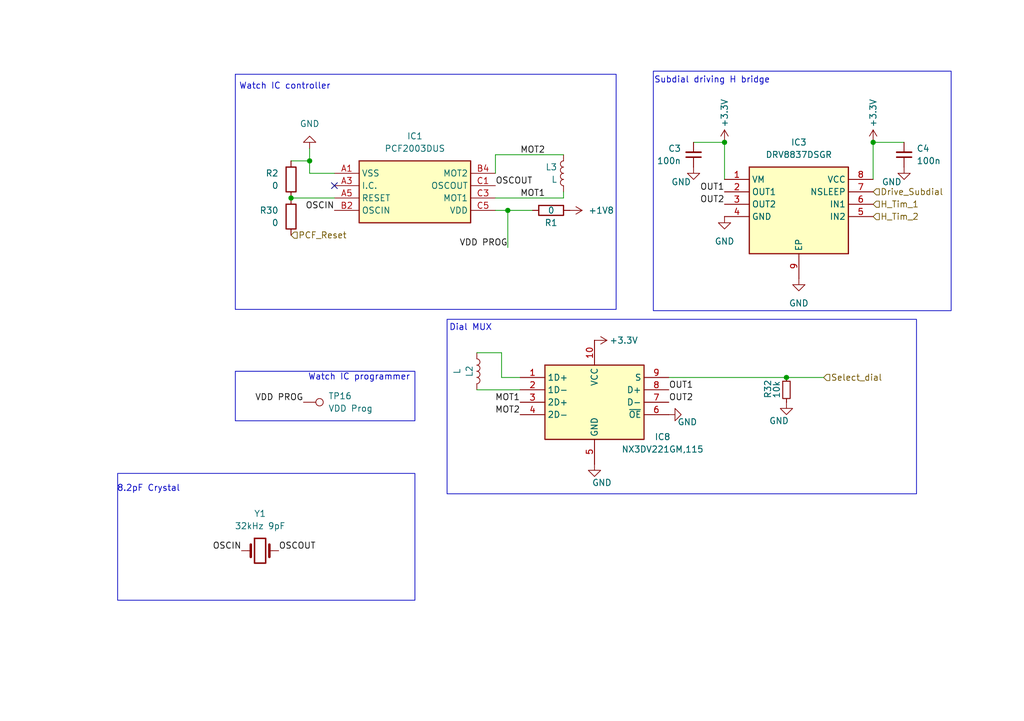
<source format=kicad_sch>
(kicad_sch (version 20250114) (generator "eeschema") (generator_version "9.0")
  (paper "A5")
  (lib_symbols
    (symbol "Connector:TestPoint" (pin_numbers (hide yes)) (pin_names (offset 0.762) (hide yes))
      (property "Reference" "TP" (at 0 6.858 0))
      (property "Value" "TestPoint" (at 0 5.08 0))
      (symbol "TestPoint_0_1"
        (circle (center 0 3.302) (radius 0.762))
      )
      (symbol "TestPoint_1_1"
        (pin passive line (at 0 0 90) (length 2.54) (name "1") (number "1"))
      )
    )
    (symbol "Device:C_Small" (pin_numbers (hide yes)) (pin_names (offset 0.254) (hide yes))
      (property "Reference" "C" (at 0.254 1.778 0))
      (property "Value" "C_Small" (at 0.254 -2.032 0))
      (symbol "C_Small_0_1"
        (polyline (pts (xy -1.524 0.508) (xy 1.524 0.508)) (stroke (width 0.3048)))
        (polyline (pts (xy -1.524 -0.508) (xy 1.524 -0.508)) (stroke (width 0.3302)))
      )
      (symbol "C_Small_1_1"
        (pin passive line (at 0 2.54 270) (length 2.032) (name "~") (number "1"))
        (pin passive line (at 0 -2.54 90) (length 2.032) (name "~") (number "2"))
      )
    )
    (symbol "Device:Crystal" (pin_numbers (hide yes)) (pin_names (offset 1.016) (hide yes))
      (property "Reference" "Y" (at 0 3.81 0))
      (property "Value" "Crystal" (at 0 -3.81 0))
      (symbol "Crystal_0_1"
        (polyline (pts (xy -2.54 0) (xy -1.905 0)))
        (polyline (pts (xy -1.905 -1.27) (xy -1.905 1.27)) (stroke (width 0.508)))
        (rectangle (start -1.143 2.54) (end 1.143 -2.54) (stroke (width 0.3048)))
        (polyline (pts (xy 1.905 -1.27) (xy 1.905 1.27)) (stroke (width 0.508)))
        (polyline (pts (xy 2.54 0) (xy 1.905 0)))
      )
      (symbol "Crystal_1_1"
        (pin passive line (at -3.81 0 0) (length 1.27) (name "1") (number "1"))
        (pin passive line (at 3.81 0 180) (length 1.27) (name "2") (number "2"))
      )
    )
    (symbol "Device:L" (pin_numbers (hide yes)) (pin_names (offset 1.016) (hide yes))
      (property "Reference" "L" (at -1.27 0 90))
      (property "Value" "L" (at 1.905 0 90))
      (symbol "L_0_1"
        (arc (start 0 2.54) (mid 0.6323 1.905) (end 0 1.27))
        (arc (start 0 1.27) (mid 0.6323 0.635) (end 0 0))
        (arc (start 0 0) (mid 0.6323 -0.635) (end 0 -1.27))
        (arc (start 0 -1.27) (mid 0.6323 -1.905) (end 0 -2.54))
      )
      (symbol "L_1_1"
        (pin passive line (at 0 3.81 270) (length 1.27) (name "1") (number "1"))
        (pin passive line (at 0 -3.81 90) (length 1.27) (name "2") (number "2"))
      )
    )
    (symbol "Device:R" (pin_numbers (hide yes)) (pin_names (offset 0))
      (property "Reference" "R" (at 2.032 0 90))
      (property "Value" "R" (at 0 0 90))
      (symbol "R_0_1"
        (rectangle (start -1.016 -2.54) (end 1.016 2.54) (stroke (width 0.254)))
      )
      (symbol "R_1_1"
        (pin passive line (at 0 3.81 270) (length 1.27) (name "~") (number "1"))
        (pin passive line (at 0 -3.81 90) (length 1.27) (name "~") (number "2"))
      )
    )
    (symbol "Device:R_Small" (pin_numbers (hide yes)) (pin_names (offset 0.254) (hide yes))
      (property "Reference" "R" (at 0.762 0.508 0))
      (property "Value" "R_Small" (at 0.762 -1.016 0))
      (symbol "R_Small_0_1"
        (rectangle (start -0.762 1.778) (end 0.762 -1.778) (stroke (width 0.2032)))
      )
      (symbol "R_Small_1_1"
        (pin passive line (at 0 2.54 270) (length 0.762) (name "~") (number "1"))
        (pin passive line (at 0 -2.54 90) (length 0.762) (name "~") (number "2"))
      )
    )
    (symbol "SamacSys_Parts:DRV8837DSGR"
      (property "Reference" "IC" (at 26.67 7.62 0))
      (property "Value" "DRV8837DSGR" (at 26.67 5.08 0))
      (symbol "DRV8837DSGR_1_1"
        (rectangle (start 5.08 2.54) (end 25.4 -15.24) (stroke (width 0.254)) (fill (type background)))
        (pin passive line (at 0 0 0) (length 5.08) (name "VM") (number "1"))
        (pin passive line (at 0 -2.54 0) (length 5.08) (name "OUT1") (number "2"))
        (pin passive line (at 0 -5.08 0) (length 5.08) (name "OUT2") (number "3"))
        (pin passive line (at 0 -7.62 0) (length 5.08) (name "GND") (number "4"))
        (pin passive line (at 15.24 -20.32 90) (length 5.08) (name "EP") (number "9"))
        (pin passive line (at 30.48 0 180) (length 5.08) (name "VCC") (number "8"))
        (pin passive line (at 30.48 -2.54 180) (length 5.08) (name "NSLEEP") (number "7"))
        (pin passive line (at 30.48 -5.08 180) (length 5.08) (name "IN1") (number "6"))
        (pin passive line (at 30.48 -7.62 180) (length 5.08) (name "IN2") (number "5"))
      )
    )
    (symbol "SamacSys_Parts:NX3DV221GM,115"
      (property "Reference" "IC" (at 21.59 15.24 0))
      (property "Value" "NX3DV221GM,115" (at 21.59 12.7 0))
      (symbol "NX3DV221GM,115_1_1"
        (rectangle (start 5.08 10.16) (end 20.32 -10.16) (stroke (width 0.254)) (fill (type background)))
        (pin passive line (at 0 0 0) (length 5.08) (name "VCC") (number "10"))
        (pin passive line (at 7.62 15.24 270) (length 5.08) (name "S") (number "9"))
        (pin passive line (at 7.62 -15.24 90) (length 5.08) (name "1D+") (number "1"))
        (pin passive line (at 10.16 15.24 270) (length 5.08) (name "D+") (number "8"))
        (pin passive line (at 10.16 -15.24 90) (length 5.08) (name "1D-") (number "2"))
        (pin passive line (at 12.7 15.24 270) (length 5.08) (name "D-") (number "7"))
        (pin passive line (at 12.7 -15.24 90) (length 5.08) (name "2D+") (number "3"))
        (pin passive line (at 15.24 15.24 270) (length 5.08) (name "~{OE}") (number "6"))
        (pin passive line (at 15.24 -15.24 90) (length 5.08) (name "2D-") (number "4"))
        (pin passive line (at 25.4 0 180) (length 5.08) (name "GND") (number "5"))
      )
    )
    (symbol "SamacSys_Parts:PCF2003DUS"
      (property "Reference" "IC" (at 29.21 7.62 0))
      (property "Value" "PCF2003DUS" (at 29.21 5.08 0))
      (symbol "PCF2003DUS_1_1"
        (rectangle (start 5.08 2.54) (end 27.94 -10.16) (stroke (width 0.254)) (fill (type background)))
        (pin passive line (at 0 0 0) (length 5.08) (name "VSS") (number "A1"))
        (pin passive line (at 0 -2.54 0) (length 5.08) (name "I.C.") (number "A3"))
        (pin passive line (at 0 -5.08 0) (length 5.08) (name "RESET") (number "A5"))
        (pin passive line (at 0 -7.62 0) (length 5.08) (name "OSCIN") (number "B2"))
        (pin passive line (at 33.02 0 180) (length 5.08) (name "MOT2") (number "B4"))
        (pin passive line (at 33.02 -2.54 180) (length 5.08) (name "OSCOUT") (number "C1"))
        (pin passive line (at 33.02 -5.08 180) (length 5.08) (name "MOT1") (number "C3"))
        (pin passive line (at 33.02 -7.62 180) (length 5.08) (name "VDD") (number "C5"))
      )
    )
    (symbol "power:+1V8" (power) (pin_numbers (hide yes)) (pin_names (offset 0) (hide yes))
      (property "Value" "+1V8" (at 0 3.556 0))
      (symbol "+1V8_0_1"
        (polyline (pts (xy -0.762 1.27) (xy 0 2.54)))
        (polyline (pts (xy 0 2.54) (xy 0.762 1.27)))
        (polyline (pts (xy 0 0) (xy 0 2.54)))
      )
      (symbol "+1V8_1_1"
        (pin power_in line (at 0 0 90) (length 0) (name "~") (number "1"))
      )
    )
    (symbol "power:+3.3V" (power) (pin_numbers (hide yes)) (pin_names (offset 0) (hide yes))
      (property "Value" "+3.3V" (at 0 3.556 0))
      (symbol "+3.3V_0_1"
        (polyline (pts (xy -0.762 1.27) (xy 0 2.54)))
        (polyline (pts (xy 0 2.54) (xy 0.762 1.27)))
        (polyline (pts (xy 0 0) (xy 0 2.54)))
      )
      (symbol "+3.3V_1_1"
        (pin power_in line (at 0 0 90) (length 0) (name "~") (number "1"))
      )
    )
    (symbol "power:GND" (power) (pin_numbers (hide yes)) (pin_names (offset 0) (hide yes))
      (property "Value" "GND" (at 0 -3.81 0))
      (symbol "GND_0_1"
        (polyline (pts (xy 0 0) (xy 0 -1.27) (xy 1.27 -1.27) (xy 0 -2.54) (xy -1.27 -1.27) (xy 0 -1.27)))
      )
      (symbol "GND_1_1"
        (pin power_in line (at 0 0 270) (length 0) (name "~") (number "1"))
      )
    )
  )
  (rectangle (start 48.26 76.2) (end 85.09 86.36))
  (rectangle (start 91.694 65.532) (end 187.96 101.346))
  (rectangle (start 48.26 15.24) (end 126.365 63.5))
  (rectangle (start 133.985 14.605) (end 195.072 63.754))
  (rectangle (start 24.13 97.155) (end 85.09 123.19))
  (text "Watch IC programmer" (at 73.66 77.47 0) (effects (font (size 1.27 1.27))))
  (text "Watch IC controller" (at 58.42 17.78 0) (effects (font (size 1.27 1.27))))
  (text "Dial MUX" (at 96.52 67.31 0) (effects (font (size 1.27 1.27))))
  (text "8.2pF Crystal" (at 30.48 100.33 0) (effects (font (size 1.27 1.27))))
  (text "Subdial driving H bridge" (at 146.05 16.51 0) (effects (font (size 1.27 1.27))))
  (junction (at 179.07 29.21))
  (junction (at 104.14 43.18))
  (junction (at 161.29 77.47))
  (junction (at 63.5 33.02))
  (junction (at 148.59 29.21))
  (junction (at 59.69 40.64))
  (no_connect (at 68.58 38.1))
  (wire (pts (xy 59.69 40.64) (xy 68.58 40.64)))
  (wire (pts (xy 168.91 77.47) (xy 161.29 77.47)))
  (wire (pts (xy 63.5 33.02) (xy 59.69 33.02)))
  (wire (pts (xy 185.42 29.21) (xy 179.07 29.21)))
  (wire (pts (xy 148.59 29.21) (xy 148.59 36.83)))
  (wire (pts (xy 106.68 80.01) (xy 97.79 80.01)))
  (wire (pts (xy 109.22 43.18) (xy 104.14 43.18)))
  (wire (pts (xy 102.87 72.39) (xy 97.79 72.39)))
  (wire (pts (xy 101.6 35.56) (xy 101.6 31.75)))
  (wire (pts (xy 106.68 77.47) (xy 102.87 77.47)))
  (wire (pts (xy 142.24 29.21) (xy 148.59 29.21)))
  (wire (pts (xy 104.14 43.18) (xy 101.6 43.18)))
  (wire (pts (xy 161.29 77.47) (xy 137.16 77.47)))
  (wire (pts (xy 101.6 40.64) (xy 115.57 40.64)))
  (wire (pts (xy 102.87 77.47) (xy 102.87 72.39)))
  (wire (pts (xy 179.07 29.21) (xy 179.07 36.83)))
  (wire (pts (xy 115.57 40.64) (xy 115.57 39.37)))
  (wire (pts (xy 101.6 31.75) (xy 115.57 31.75)))
  (wire (pts (xy 63.5 35.56) (xy 68.58 35.56)))
  (wire (pts (xy 104.14 43.18) (xy 104.14 50.8)))
  (wire (pts (xy 63.5 30.48) (xy 63.5 33.02)))
  (wire (pts (xy 63.5 33.02) (xy 63.5 35.56)))
  (label "OSCIN" (at 68.58 43.18 180))
  (label "OSCIN" (at 49.53 113.03 180))
  (label "OUT1" (at 137.16 80.01 0))
  (label "OUT1" (at 148.59 39.37 180))
  (label "OUT2" (at 148.59 41.91 180))
  (label "OUT2" (at 137.16 82.55 0))
  (label "VDD PROG" (at 104.14 50.8 180))
  (label "MOT1" (at 106.68 40.64 0))
  (label "OSCOUT" (at 57.15 113.03 0))
  (label "MOT2" (at 106.68 31.75 0))
  (label "OSCOUT" (at 101.6 38.1 0))
  (label "MOT2" (at 106.68 85.09 180))
  (label "VDD PROG" (at 62.23 82.55 180))
  (label "MOT1" (at 106.68 82.55 180))
  (hierarchical_label "PCF_Reset" (shape input) (at 59.69 48.26 0))
  (hierarchical_label "Drive_Subdial" (shape input) (at 179.07 39.37 0))
  (hierarchical_label "H_Tim_2" (shape input) (at 179.07 44.45 0))
  (hierarchical_label "H_Tim_1" (shape input) (at 179.07 41.91 0))
  (hierarchical_label "Select_dial" (shape input) (at 168.91 77.47 0))
  (symbol (lib_id "power:GND") (at 121.92 95.25 0) (unit 1)
    (property "Reference" "#PWR061" (effects (hide yes)))
    (property "Value" "GND" (at 123.444 99.06 0))
    (property "Description" "Power symbol creates a global label with name \"GND\" , ground" (effects (hide yes)))
  )
  (symbol (lib_id "Device:L") (at 97.79 76.2 0) (mirror x) (unit 1)
    (property "Reference" "L2" (at 96.266 76.2 90))
    (property "Value" "L" (at 93.726 76.2 90))
    (property "Footprint" "SamacSys_Parts:Miyota 2035" (effects (hide yes)))
    (property "Description" "Inductor" (effects (hide yes)))
  )
  (symbol (lib_id "Device:Crystal") (at 53.34 113.03 0) (unit 1)
    (property "Reference" "Y1" (at 53.34 105.41 0))
    (property "Value" "32kHz 9pF" (at 53.34 107.95 0))
    (property "Footprint" "SamacSys_Parts:LFXTAL062558Reel" (effects (hide yes)))
    (property "Datasheet" "https://www.we-online.com/components/products/datasheet/830062558.pdf" (effects (hide yes)))
    (property "Description" "Two pin crystal" (effects (hide yes)))
  )
  (symbol (lib_id "power:GND") (at 63.5 30.48 180) (unit 1)
    (property "Reference" "#PWR010" (effects (hide yes)))
    (property "Value" "GND" (at 63.5 25.4 0))
    (property "Description" "Power symbol creates a global label with name \"GND\" , ground" (effects (hide yes)))
  )
  (symbol (lib_id "Device:R") (at 59.69 44.45 0) (mirror y) (unit 1)
    (property "Reference" "R30" (at 57.15 43.1799 0) (effects (justify left)))
    (property "Value" "0" (at 57.15 45.7199 0) (effects (justify left)))
    (property "Footprint" "Resistor_SMD:R_0201_0603Metric" (effects (hide yes)))
    (property "Description" "Resistor" (effects (hide yes)))
  )
  (symbol (lib_id "power:+1V8") (at 116.84 43.18 270) (unit 1)
    (property "Reference" "#PWR014" (effects (hide yes)))
    (property "Value" "+1V8" (at 120.65 43.1799 90) (effects (justify left)))
    (property "Description" "Power symbol creates a global label with name \"+1V8\"" (effects (hide yes)))
  )
  (symbol (lib_id "power:+3.3V") (at 179.07 29.21 0) (mirror y) (unit 1)
    (property "Reference" "#PWR046" (effects (hide yes)))
    (property "Value" "+3.3V" (at 179.07 26.162 90) (effects (justify left)))
    (property "Description" "Power symbol creates a global label with name \"+3.3V\"" (effects (hide yes)))
  )
  (symbol (lib_id "SamacSys_Parts:DRV8837DSGR") (at 148.59 36.83 0) (unit 1)
    (property "Reference" "IC3" (at 163.83 29.21 0))
    (property "Value" "DRV8837DSGR" (at 163.83 31.75 0))
    (property "Footprint" "SamacSys_Parts:SON50P200X200X80-9N" (effects (hide yes)))
    (property "Datasheet" "http://www.ti.com/lit/gpn/drv8837" (effects (hide yes)))
    (property "Description" "1.8A Low Voltage Brushed DC Motor Driver (PWM Ctrl)" (effects (hide yes)))
    (property "Height" "0.8" (effects (hide yes)))
    (property "Manufacturer_Name" "Texas Instruments" (effects (hide yes)))
    (property "Manufacturer_Part_Number" "DRV8837DSGR" (effects (hide yes)))
    (property "Mouser Part Number" "595-DRV8837DSGR" (effects (hide yes)))
    (property "Mouser Price/Stock" "https://www.mouser.co.uk/ProductDetail/Texas-Instruments/DRV8837DSGR?qs=l6ZoeTYLMwO0pKIJ8222Ww%3D%3D" (effects (hide yes)))
    (property "Arrow Part Number" "DRV8837DSGR" (effects (hide yes)))
    (property "Arrow Price/Stock" "https://www.arrow.com/en/products/drv8837dsgr/texas-instruments?utm_currency=USD&region=nac" (effects (hide yes)))
  )
  (symbol (lib_id "Connector:TestPoint") (at 62.23 82.55 270) (unit 1)
    (property "Reference" "TP16" (at 67.31 81.2799 90) (effects (justify left)))
    (property "Value" "VDD Prog" (at 67.31 83.8199 90) (effects (justify left)))
    (property "Footprint" "SamacSys_Parts:Pogo pin 1x1" (effects (hide yes)))
    (property "Description" "test point" (effects (hide yes)))
  )
  (symbol (lib_id "power:GND") (at 185.42 34.29 0) (mirror y) (unit 1)
    (property "Reference" "#PWR026" (effects (hide yes)))
    (property "Value" "GND" (at 182.88 37.338 0))
    (property "Description" "Power symbol creates a global label with name \"GND\" , ground" (effects (hide yes)))
  )
  (symbol (lib_id "power:GND") (at 161.29 82.55 0) (mirror y) (unit 1)
    (property "Reference" "#PWR077" (effects (hide yes)))
    (property "Value" "GND" (at 159.766 86.36 0))
    (property "Description" "Power symbol creates a global label with name \"GND\" , ground" (effects (hide yes)))
  )
  (symbol (lib_id "power:GND") (at 137.16 85.09 90) (mirror x) (unit 1)
    (property "Reference" "#PWR076" (effects (hide yes)))
    (property "Value" "GND" (at 140.97 86.614 90))
    (property "Description" "Power symbol creates a global label with name \"GND\" , ground" (effects (hide yes)))
  )
  (symbol (lib_id "SamacSys_Parts:NX3DV221GM,115") (at 121.92 69.85 270) (unit 1)
    (property "Reference" "IC8" (at 135.89 89.662 90))
    (property "Value" "NX3DV221GM,115" (at 135.89 92.202 90))
    (property "Footprint" "NX3DV221GM115" (effects (hide yes)))
    (property "Datasheet" "http://www.nxp.com/docs/en/data-sheet/NX3DV221.pdf" (effects (hide yes)))
    (property "Description" "NXP - NX3DV221GM,115 - IC, SWITCH, HI-SPD USB 2.0, XQFN10U" (effects (hide yes)))
    (property "Height" "0.5" (effects (hide yes)))
    (property "Manufacturer_Name" "NXP" (effects (hide yes)))
    (property "Manufacturer_Part_Number" "NX3DV221GM,115" (effects (hide yes)))
    (property "Mouser Part Number" "771-NX3DV221GM115" (effects (hide yes)))
    (property "Mouser Price/Stock" "https://www.mouser.co.uk/ProductDetail/NXP-Semiconductors/NX3DV221GM115?qs=5C9Q4QJFsuNvfY1MU8u%2FmQ%3D%3D" (effects (hide yes)))
    (property "Arrow Part Number" "NX3DV221GM,115" (effects (hide yes)))
    (property "Arrow Price/Stock" "https://www.arrow.com/en/products/nx3dv221gm115/nxp-semiconductors?region=nac" (effects (hide yes)))
  )
  (symbol (lib_id "Device:L") (at 115.57 35.56 0) (mirror y) (unit 1)
    (property "Reference" "L3" (at 114.3 34.2899 0) (effects (justify left)))
    (property "Value" "L" (at 114.3 36.8299 0) (effects (justify left)))
    (property "Footprint" "SamacSys_Parts:Miyota 2035" (effects (hide yes)))
    (property "Description" "Inductor" (effects (hide yes)))
  )
  (symbol (lib_id "Device:R_Small") (at 161.29 80.01 0) (mirror x) (unit 1)
    (property "Reference" "R32" (at 157.48 81.788 90) (effects (justify right)))
    (property "Value" "10k" (at 159.258 81.788 90) (effects (justify right)))
    (property "Footprint" "Resistor_SMD:R_0201_0603Metric" (effects (hide yes)))
    (property "Description" "Resistor, small symbol" (effects (hide yes)))
  )
  (symbol (lib_id "Device:C_Small") (at 142.24 31.75 0) (mirror x) (unit 1)
    (property "Reference" "C3" (at 139.7 30.4735 0) (effects (justify right)))
    (property "Value" "100n" (at 139.7 33.0135 0) (effects (justify right)))
    (property "Footprint" "Capacitor_SMD:C_0201_0603Metric" (effects (hide yes)))
    (property "Description" "Unpolarized capacitor, small symbol" (effects (hide yes)))
  )
  (symbol (lib_id "Device:R") (at 59.69 36.83 0) (mirror y) (unit 1)
    (property "Reference" "R2" (at 57.15 35.5599 0) (effects (justify left)))
    (property "Value" "0" (at 57.15 38.0999 0) (effects (justify left)))
    (property "Footprint" "Resistor_SMD:R_0201_0603Metric" (effects (hide yes)))
    (property "Description" "Resistor" (effects (hide yes)))
  )
  (symbol (lib_id "power:GND") (at 148.59 44.45 0) (unit 1)
    (property "Reference" "#PWR020" (effects (hide yes)))
    (property "Value" "GND" (at 148.59 49.53 0))
    (property "Description" "Power symbol creates a global label with name \"GND\" , ground" (effects (hide yes)))
  )
  (symbol (lib_id "Device:R") (at 113.03 43.18 90) (mirror x) (unit 1)
    (property "Reference" "R1" (at 113.03 45.72 90))
    (property "Value" "0" (at 113.03 43.18 90))
    (property "Footprint" "Resistor_SMD:R_0201_0603Metric" (effects (hide yes)))
    (property "Description" "Resistor" (effects (hide yes)))
  )
  (symbol (lib_id "SamacSys_Parts:PCF2003DUS") (at 68.58 35.56 0) (unit 1)
    (property "Reference" "IC1" (at 85.09 27.94 0))
    (property "Value" "PCF2003DUS" (at 85.09 30.48 0))
    (property "Footprint" "SamacSys_Parts:PCF2003DUS" (effects (hide yes)))
    (property "Datasheet" "https://www.nxp.com/docs/en/data-sheet/PCF2003.pdf" (effects (hide yes)))
    (property "Description" "32 kHz watch circuit with programmable adaptive motor pulse and pulse period" (effects (hide yes)))
    (property "Height" "0.53" (effects (hide yes)))
    (property "Manufacturer_Name" "NXP" (effects (hide yes)))
    (property "Manufacturer_Part_Number" "PCF2003DUS" (effects (hide yes)))
  )
  (symbol (lib_id "Device:C_Small") (at 185.42 31.75 180) (unit 1)
    (property "Reference" "C4" (at 187.96 30.4735 0) (effects (justify right)))
    (property "Value" "100n" (at 187.96 33.0135 0) (effects (justify right)))
    (property "Footprint" "Capacitor_SMD:C_0201_0603Metric" (effects (hide yes)))
    (property "Description" "Unpolarized capacitor, small symbol" (effects (hide yes)))
  )
  (symbol (lib_id "power:GND") (at 142.24 34.29 0) (mirror y) (unit 1)
    (property "Reference" "#PWR045" (effects (hide yes)))
    (property "Value" "GND" (at 139.7 37.338 0))
    (property "Description" "Power symbol creates a global label with name \"GND\" , ground" (effects (hide yes)))
  )
  (symbol (lib_id "power:+3.3V") (at 121.92 69.85 270) (unit 1)
    (property "Reference" "#PWR071" (effects (hide yes)))
    (property "Value" "+3.3V" (at 124.968 69.85 90) (effects (justify left)))
    (property "Description" "Power symbol creates a global label with name \"+3.3V\"" (effects (hide yes)))
  )
  (symbol (lib_id "power:GND") (at 163.83 57.15 0) (unit 1)
    (property "Reference" "#PWR050" (effects (hide yes)))
    (property "Value" "GND" (at 163.83 62.23 0))
    (property "Description" "Power symbol creates a global label with name \"GND\" , ground" (effects (hide yes)))
  )
  (symbol (lib_id "power:+3.3V") (at 148.59 29.21 0) (unit 1)
    (property "Reference" "#PWR041" (effects (hide yes)))
    (property "Value" "+3.3V" (at 148.59 26.162 90) (effects (justify left)))
    (property "Description" "Power symbol creates a global label with name \"+3.3V\"" (effects (hide yes)))
  )
)
</source>
